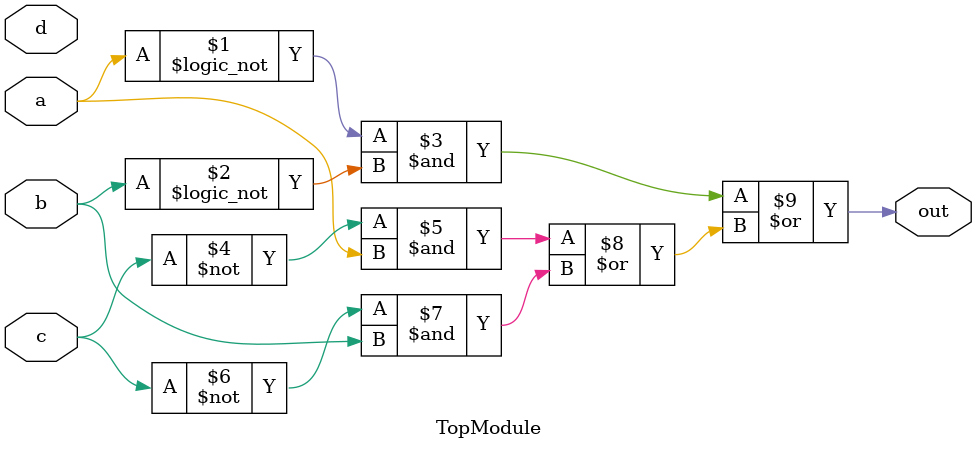
<source format=sv>

module TopModule (
  input a,
  input b,
  input c,
  input d,
  output reg out
);
assign out = (!a & !b) | ((~c & a) | (~c & b));

endmodule

</source>
